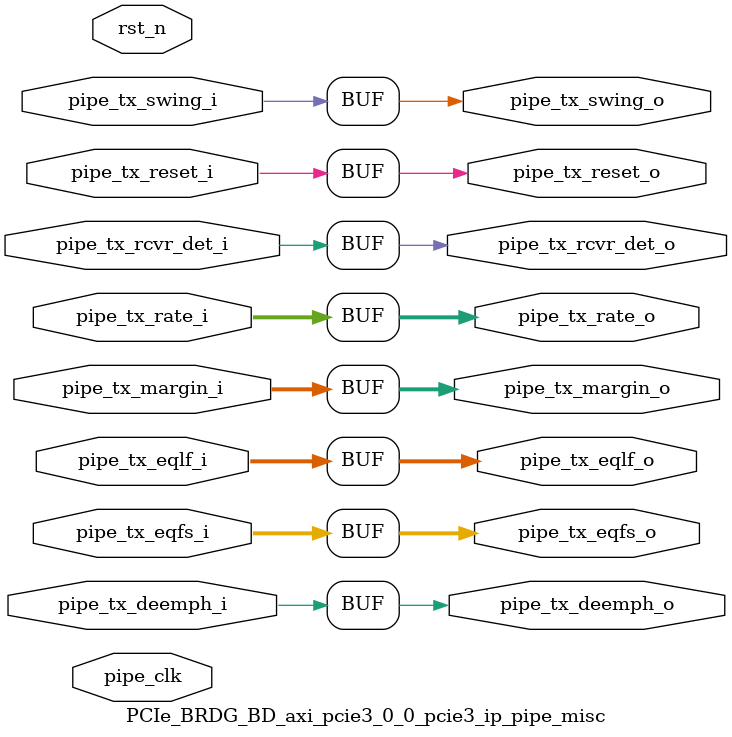
<source format=v>


`timescale 1ps/1ps

(* DowngradeIPIdentifiedWarnings = "yes" *)
module PCIe_BRDG_BD_axi_pcie3_0_0_pcie3_ip_pipe_misc 
 #(
  parameter TCQ = 100,
  parameter PIPE_PIPELINE_STAGES = 0
  ) (
  input  wire         pipe_tx_rcvr_det_i,
  input  wire         pipe_tx_reset_i,
  input  wire   [1:0] pipe_tx_rate_i,
  input  wire         pipe_tx_deemph_i,
  input  wire   [2:0] pipe_tx_margin_i,
  input  wire         pipe_tx_swing_i,
  input  wire   [5:0] pipe_tx_eqfs_i,
  input  wire   [5:0] pipe_tx_eqlf_i,
  output wire         pipe_tx_rcvr_det_o,
  output wire         pipe_tx_reset_o,
  output wire   [1:0] pipe_tx_rate_o,
  output wire         pipe_tx_deemph_o,
  output wire   [2:0] pipe_tx_margin_o,
  output wire         pipe_tx_swing_o,
  output wire   [5:0] pipe_tx_eqfs_o,
  output wire   [5:0] pipe_tx_eqlf_o,
  input  wire         pipe_clk,
  input  wire         rst_n
  );

  reg                 pipe_tx_rcvr_det_q;
  reg                 pipe_tx_reset_q;
  reg           [1:0] pipe_tx_rate_q;
  reg                 pipe_tx_deemph_q;
  reg           [2:0] pipe_tx_margin_q;
  reg                 pipe_tx_swing_q;
  reg           [5:0] pipe_tx_eqfs_q;
  reg           [5:0] pipe_tx_eqlf_q;
  reg                 pipe_tx_rcvr_det_qq;
  reg                 pipe_tx_reset_qq;
  reg           [1:0] pipe_tx_rate_qq;
  reg                 pipe_tx_deemph_qq;
  reg           [2:0] pipe_tx_margin_qq;
  reg                 pipe_tx_swing_qq;
  reg           [5:0] pipe_tx_eqfs_qq;
  reg           [5:0] pipe_tx_eqlf_qq;

  generate
    if (PIPE_PIPELINE_STAGES == 0)
    begin : pipe_stages_0
      assign pipe_tx_rcvr_det_o = pipe_tx_rcvr_det_i;
      assign pipe_tx_reset_o = pipe_tx_reset_i;
      assign pipe_tx_rate_o = pipe_tx_rate_i;
      assign pipe_tx_deemph_o = pipe_tx_deemph_i;
      assign pipe_tx_margin_o = pipe_tx_margin_i;
      assign pipe_tx_swing_o = pipe_tx_swing_i;
      assign pipe_tx_eqfs_o = pipe_tx_eqfs_i;
      assign pipe_tx_eqlf_o = pipe_tx_eqlf_i;
    end
    else if (PIPE_PIPELINE_STAGES == 1)
    begin : pipe_stages_1
      always @(posedge pipe_clk)
      begin
        if (!rst_n)
        begin
          pipe_tx_rcvr_det_q <= #TCQ 1'b0;
          pipe_tx_reset_q <= #TCQ 1'b1;
          pipe_tx_rate_q <= #TCQ 2'b0;
          pipe_tx_deemph_q <= #TCQ 1'b1;
          pipe_tx_margin_q <= #TCQ 3'b0;
          pipe_tx_swing_q <= #TCQ 1'b0;
          pipe_tx_eqfs_q <= #TCQ 5'b0;
          pipe_tx_eqlf_q <= #TCQ 5'b0;
        end
        else
        begin
          pipe_tx_rcvr_det_q <= #TCQ pipe_tx_rcvr_det_i;
          pipe_tx_reset_q <= #TCQ pipe_tx_reset_i;
          pipe_tx_rate_q <= #TCQ pipe_tx_rate_i;
          pipe_tx_deemph_q <= #TCQ pipe_tx_deemph_i;
          pipe_tx_margin_q <= #TCQ pipe_tx_margin_i;
          pipe_tx_swing_q <= #TCQ pipe_tx_swing_i;
          pipe_tx_eqfs_q <= #TCQ pipe_tx_eqfs_i;
          pipe_tx_eqlf_q <= #TCQ pipe_tx_eqlf_i;
        end
      end
      assign pipe_tx_rcvr_det_o = pipe_tx_rcvr_det_q;
      assign pipe_tx_reset_o = pipe_tx_reset_q;
      assign pipe_tx_rate_o = pipe_tx_rate_q;
      assign pipe_tx_deemph_o = pipe_tx_deemph_q;
      assign pipe_tx_margin_o = pipe_tx_margin_q;
      assign pipe_tx_swing_o = pipe_tx_swing_q;
      assign pipe_tx_eqfs_o = pipe_tx_eqfs_q;
      assign pipe_tx_eqlf_o = pipe_tx_eqlf_q;
    end
    else if (PIPE_PIPELINE_STAGES == 2)
    begin : pipe_stages_2
      always @(posedge pipe_clk)
      begin
        if (!rst_n)
        begin
          pipe_tx_rcvr_det_q <= #TCQ 1'b0;
          pipe_tx_reset_q <= #TCQ 1'b1;
          pipe_tx_rate_q <= #TCQ 2'b0;
          pipe_tx_deemph_q <= #TCQ 1'b1;
          pipe_tx_margin_q <= #TCQ 1'b0;
          pipe_tx_swing_q <= #TCQ 1'b0;
          pipe_tx_eqfs_q <= #TCQ 5'b0;
          pipe_tx_eqlf_q <= #TCQ 5'b0;
          pipe_tx_rcvr_det_qq <= #TCQ 1'b0;
          pipe_tx_reset_qq <= #TCQ 1'b1;
          pipe_tx_rate_qq <= #TCQ 2'b0;
          pipe_tx_deemph_qq <= #TCQ 1'b1;
          pipe_tx_margin_qq <= #TCQ 1'b0;
          pipe_tx_swing_qq <= #TCQ 1'b0;
          pipe_tx_eqfs_qq <= #TCQ 5'b0;
          pipe_tx_eqlf_qq <= #TCQ 5'b0;
        end
        else
        begin
          pipe_tx_rcvr_det_q <= #TCQ pipe_tx_rcvr_det_i;
          pipe_tx_reset_q <= #TCQ pipe_tx_reset_i;
          pipe_tx_rate_q <= #TCQ pipe_tx_rate_i;
          pipe_tx_deemph_q <= #TCQ pipe_tx_deemph_i;
          pipe_tx_margin_q <= #TCQ pipe_tx_margin_i;
          pipe_tx_swing_q <= #TCQ pipe_tx_swing_i;
          pipe_tx_eqfs_q <= #TCQ pipe_tx_eqfs_i;
          pipe_tx_eqlf_q <= #TCQ pipe_tx_eqlf_i;
          pipe_tx_rcvr_det_qq <= #TCQ pipe_tx_rcvr_det_q;
          pipe_tx_reset_qq <= #TCQ pipe_tx_reset_q;
          pipe_tx_rate_qq <= #TCQ pipe_tx_rate_q;
          pipe_tx_deemph_qq <= #TCQ pipe_tx_deemph_q;
          pipe_tx_margin_qq <= #TCQ pipe_tx_margin_q;
          pipe_tx_swing_qq <= #TCQ pipe_tx_swing_q;
          pipe_tx_eqfs_qq <= #TCQ pipe_tx_eqfs_q;
          pipe_tx_eqlf_qq <= #TCQ pipe_tx_eqlf_q;
        end
      end
      assign pipe_tx_rcvr_det_o = pipe_tx_rcvr_det_qq;
      assign pipe_tx_reset_o = pipe_tx_reset_qq;
      assign pipe_tx_rate_o = pipe_tx_rate_qq;
      assign pipe_tx_deemph_o = pipe_tx_deemph_qq;
      assign pipe_tx_margin_o = pipe_tx_margin_qq;
      assign pipe_tx_swing_o = pipe_tx_swing_qq;
      assign pipe_tx_eqfs_o = pipe_tx_eqfs_qq;
      assign pipe_tx_eqlf_o = pipe_tx_eqlf_qq;
    end
    else
    begin
      assign pipe_tx_rcvr_det_o = pipe_tx_rcvr_det_i;
      assign pipe_tx_reset_o = pipe_tx_reset_i;
      assign pipe_tx_rate_o = pipe_tx_rate_i;
      assign pipe_tx_deemph_o = pipe_tx_deemph_i;
      assign pipe_tx_margin_o = pipe_tx_margin_i;
      assign pipe_tx_swing_o = pipe_tx_swing_i;
      assign pipe_tx_eqfs_o = pipe_tx_eqfs_i;
      assign pipe_tx_eqlf_o = pipe_tx_eqlf_i;
    end
  endgenerate

endmodule

</source>
